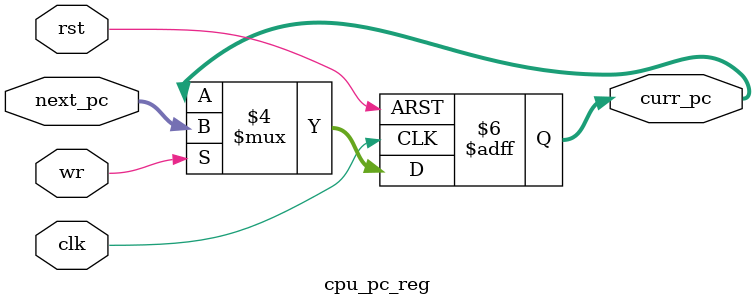
<source format=v>
module cpu_pc_reg (
	input clk, rst,

	input [31:0] next_pc, 
	input wr,
	output reg [31:0] curr_pc
);
	parameter EXEC_START_ADDR = 32'h40000000;
	
	task reset;
		begin
			curr_pc <= EXEC_START_ADDR;
		end
	endtask

	task on_clock;
		begin
			if (wr) begin
				curr_pc <= next_pc;
			end
		end
	endtask

	always @(posedge clk or posedge rst) begin
		if (rst) reset;
		else on_clock;
	end
endmodule
</source>
